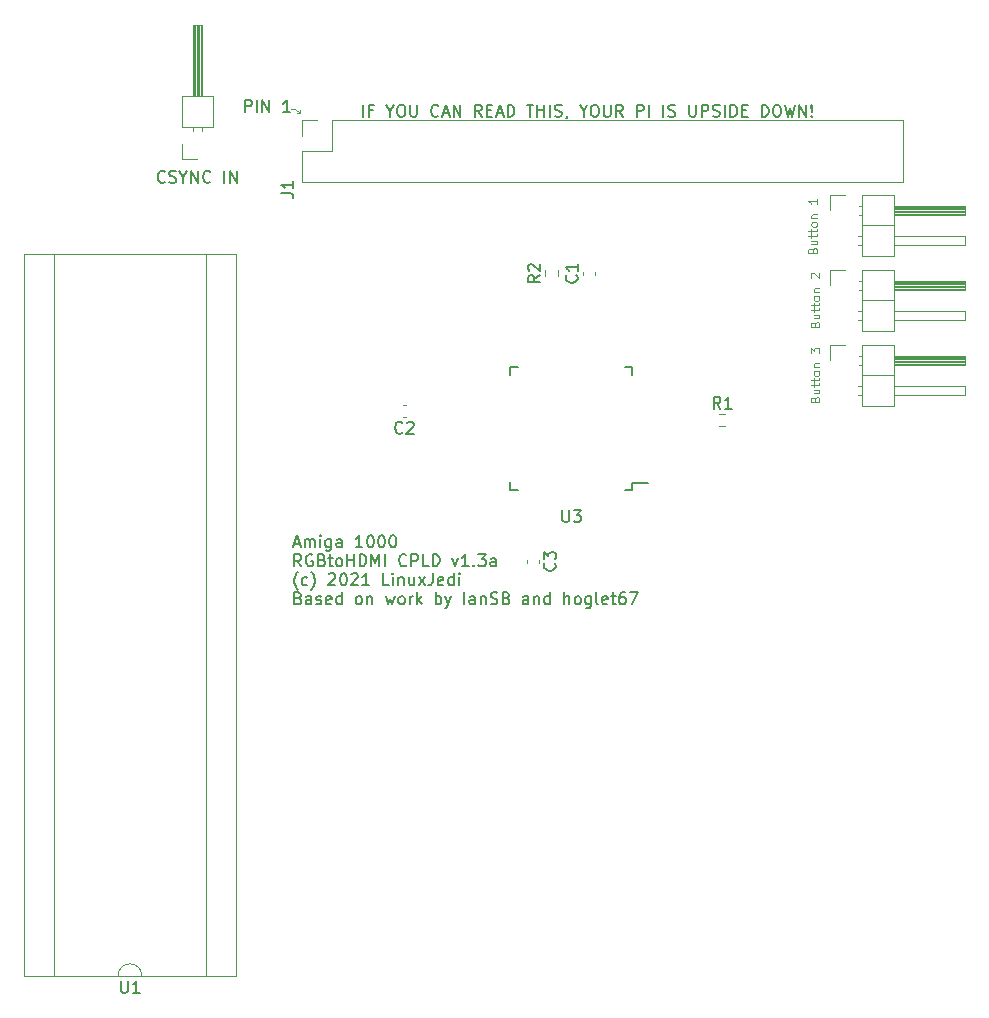
<source format=gbr>
G04 #@! TF.GenerationSoftware,KiCad,Pcbnew,5.99.0-1.20211005git2a932c2.fc35*
G04 #@! TF.CreationDate,2021-10-06T13:33:12+01:00*
G04 #@! TF.ProjectId,A1000,41313030-302e-46b6-9963-61645f706362,rev?*
G04 #@! TF.SameCoordinates,Original*
G04 #@! TF.FileFunction,Legend,Top*
G04 #@! TF.FilePolarity,Positive*
%FSLAX46Y46*%
G04 Gerber Fmt 4.6, Leading zero omitted, Abs format (unit mm)*
G04 Created by KiCad (PCBNEW 5.99.0-1.20211005git2a932c2.fc35) date 2021-10-06 13:33:12*
%MOMM*%
%LPD*%
G01*
G04 APERTURE LIST*
%ADD10C,0.120000*%
%ADD11C,0.150000*%
%ADD12C,0.100000*%
G04 APERTURE END LIST*
D10*
X94000000Y-56750000D02*
X94000000Y-56500000D01*
X93250000Y-56439340D02*
G75*
G02*
X94000000Y-56750000I0J-1060660D01*
G01*
X94000000Y-56750000D02*
X93750000Y-56750000D01*
D11*
X93505976Y-93255666D02*
X93982166Y-93255666D01*
X93410738Y-93541380D02*
X93744071Y-92541380D01*
X94077404Y-93541380D01*
X94410738Y-93541380D02*
X94410738Y-92874714D01*
X94410738Y-92969952D02*
X94458357Y-92922333D01*
X94553595Y-92874714D01*
X94696452Y-92874714D01*
X94791690Y-92922333D01*
X94839309Y-93017571D01*
X94839309Y-93541380D01*
X94839309Y-93017571D02*
X94886928Y-92922333D01*
X94982166Y-92874714D01*
X95125023Y-92874714D01*
X95220261Y-92922333D01*
X95267880Y-93017571D01*
X95267880Y-93541380D01*
X95744071Y-93541380D02*
X95744071Y-92874714D01*
X95744071Y-92541380D02*
X95696452Y-92589000D01*
X95744071Y-92636619D01*
X95791690Y-92589000D01*
X95744071Y-92541380D01*
X95744071Y-92636619D01*
X96648833Y-92874714D02*
X96648833Y-93684238D01*
X96601214Y-93779476D01*
X96553595Y-93827095D01*
X96458357Y-93874714D01*
X96315500Y-93874714D01*
X96220261Y-93827095D01*
X96648833Y-93493761D02*
X96553595Y-93541380D01*
X96363119Y-93541380D01*
X96267880Y-93493761D01*
X96220261Y-93446142D01*
X96172642Y-93350904D01*
X96172642Y-93065190D01*
X96220261Y-92969952D01*
X96267880Y-92922333D01*
X96363119Y-92874714D01*
X96553595Y-92874714D01*
X96648833Y-92922333D01*
X97553595Y-93541380D02*
X97553595Y-93017571D01*
X97505976Y-92922333D01*
X97410738Y-92874714D01*
X97220261Y-92874714D01*
X97125023Y-92922333D01*
X97553595Y-93493761D02*
X97458357Y-93541380D01*
X97220261Y-93541380D01*
X97125023Y-93493761D01*
X97077404Y-93398523D01*
X97077404Y-93303285D01*
X97125023Y-93208047D01*
X97220261Y-93160428D01*
X97458357Y-93160428D01*
X97553595Y-93112809D01*
X99315500Y-93541380D02*
X98744071Y-93541380D01*
X99029785Y-93541380D02*
X99029785Y-92541380D01*
X98934547Y-92684238D01*
X98839309Y-92779476D01*
X98744071Y-92827095D01*
X99934547Y-92541380D02*
X100029785Y-92541380D01*
X100125023Y-92589000D01*
X100172642Y-92636619D01*
X100220261Y-92731857D01*
X100267880Y-92922333D01*
X100267880Y-93160428D01*
X100220261Y-93350904D01*
X100172642Y-93446142D01*
X100125023Y-93493761D01*
X100029785Y-93541380D01*
X99934547Y-93541380D01*
X99839309Y-93493761D01*
X99791690Y-93446142D01*
X99744071Y-93350904D01*
X99696452Y-93160428D01*
X99696452Y-92922333D01*
X99744071Y-92731857D01*
X99791690Y-92636619D01*
X99839309Y-92589000D01*
X99934547Y-92541380D01*
X100886928Y-92541380D02*
X100982166Y-92541380D01*
X101077404Y-92589000D01*
X101125023Y-92636619D01*
X101172642Y-92731857D01*
X101220261Y-92922333D01*
X101220261Y-93160428D01*
X101172642Y-93350904D01*
X101125023Y-93446142D01*
X101077404Y-93493761D01*
X100982166Y-93541380D01*
X100886928Y-93541380D01*
X100791690Y-93493761D01*
X100744071Y-93446142D01*
X100696452Y-93350904D01*
X100648833Y-93160428D01*
X100648833Y-92922333D01*
X100696452Y-92731857D01*
X100744071Y-92636619D01*
X100791690Y-92589000D01*
X100886928Y-92541380D01*
X101839309Y-92541380D02*
X101934547Y-92541380D01*
X102029785Y-92589000D01*
X102077404Y-92636619D01*
X102125023Y-92731857D01*
X102172642Y-92922333D01*
X102172642Y-93160428D01*
X102125023Y-93350904D01*
X102077404Y-93446142D01*
X102029785Y-93493761D01*
X101934547Y-93541380D01*
X101839309Y-93541380D01*
X101744071Y-93493761D01*
X101696452Y-93446142D01*
X101648833Y-93350904D01*
X101601214Y-93160428D01*
X101601214Y-92922333D01*
X101648833Y-92731857D01*
X101696452Y-92636619D01*
X101744071Y-92589000D01*
X101839309Y-92541380D01*
X94125023Y-95151380D02*
X93791690Y-94675190D01*
X93553595Y-95151380D02*
X93553595Y-94151380D01*
X93934547Y-94151380D01*
X94029785Y-94199000D01*
X94077404Y-94246619D01*
X94125023Y-94341857D01*
X94125023Y-94484714D01*
X94077404Y-94579952D01*
X94029785Y-94627571D01*
X93934547Y-94675190D01*
X93553595Y-94675190D01*
X95077404Y-94199000D02*
X94982166Y-94151380D01*
X94839309Y-94151380D01*
X94696452Y-94199000D01*
X94601214Y-94294238D01*
X94553595Y-94389476D01*
X94505976Y-94579952D01*
X94505976Y-94722809D01*
X94553595Y-94913285D01*
X94601214Y-95008523D01*
X94696452Y-95103761D01*
X94839309Y-95151380D01*
X94934547Y-95151380D01*
X95077404Y-95103761D01*
X95125023Y-95056142D01*
X95125023Y-94722809D01*
X94934547Y-94722809D01*
X95886928Y-94627571D02*
X96029785Y-94675190D01*
X96077404Y-94722809D01*
X96125023Y-94818047D01*
X96125023Y-94960904D01*
X96077404Y-95056142D01*
X96029785Y-95103761D01*
X95934547Y-95151380D01*
X95553595Y-95151380D01*
X95553595Y-94151380D01*
X95886928Y-94151380D01*
X95982166Y-94199000D01*
X96029785Y-94246619D01*
X96077404Y-94341857D01*
X96077404Y-94437095D01*
X96029785Y-94532333D01*
X95982166Y-94579952D01*
X95886928Y-94627571D01*
X95553595Y-94627571D01*
X96410738Y-94484714D02*
X96791690Y-94484714D01*
X96553595Y-94151380D02*
X96553595Y-95008523D01*
X96601214Y-95103761D01*
X96696452Y-95151380D01*
X96791690Y-95151380D01*
X97267880Y-95151380D02*
X97172642Y-95103761D01*
X97125023Y-95056142D01*
X97077404Y-94960904D01*
X97077404Y-94675190D01*
X97125023Y-94579952D01*
X97172642Y-94532333D01*
X97267880Y-94484714D01*
X97410738Y-94484714D01*
X97505976Y-94532333D01*
X97553595Y-94579952D01*
X97601214Y-94675190D01*
X97601214Y-94960904D01*
X97553595Y-95056142D01*
X97505976Y-95103761D01*
X97410738Y-95151380D01*
X97267880Y-95151380D01*
X98029785Y-95151380D02*
X98029785Y-94151380D01*
X98029785Y-94627571D02*
X98601214Y-94627571D01*
X98601214Y-95151380D02*
X98601214Y-94151380D01*
X99077404Y-95151380D02*
X99077404Y-94151380D01*
X99315500Y-94151380D01*
X99458357Y-94199000D01*
X99553595Y-94294238D01*
X99601214Y-94389476D01*
X99648833Y-94579952D01*
X99648833Y-94722809D01*
X99601214Y-94913285D01*
X99553595Y-95008523D01*
X99458357Y-95103761D01*
X99315500Y-95151380D01*
X99077404Y-95151380D01*
X100077404Y-95151380D02*
X100077404Y-94151380D01*
X100410738Y-94865666D01*
X100744071Y-94151380D01*
X100744071Y-95151380D01*
X101220261Y-95151380D02*
X101220261Y-94151380D01*
X103029785Y-95056142D02*
X102982166Y-95103761D01*
X102839309Y-95151380D01*
X102744071Y-95151380D01*
X102601214Y-95103761D01*
X102505976Y-95008523D01*
X102458357Y-94913285D01*
X102410738Y-94722809D01*
X102410738Y-94579952D01*
X102458357Y-94389476D01*
X102505976Y-94294238D01*
X102601214Y-94199000D01*
X102744071Y-94151380D01*
X102839309Y-94151380D01*
X102982166Y-94199000D01*
X103029785Y-94246619D01*
X103458357Y-95151380D02*
X103458357Y-94151380D01*
X103839309Y-94151380D01*
X103934547Y-94199000D01*
X103982166Y-94246619D01*
X104029785Y-94341857D01*
X104029785Y-94484714D01*
X103982166Y-94579952D01*
X103934547Y-94627571D01*
X103839309Y-94675190D01*
X103458357Y-94675190D01*
X104934547Y-95151380D02*
X104458357Y-95151380D01*
X104458357Y-94151380D01*
X105267880Y-95151380D02*
X105267880Y-94151380D01*
X105505976Y-94151380D01*
X105648833Y-94199000D01*
X105744071Y-94294238D01*
X105791690Y-94389476D01*
X105839309Y-94579952D01*
X105839309Y-94722809D01*
X105791690Y-94913285D01*
X105744071Y-95008523D01*
X105648833Y-95103761D01*
X105505976Y-95151380D01*
X105267880Y-95151380D01*
X106934547Y-94484714D02*
X107172642Y-95151380D01*
X107410738Y-94484714D01*
X108315500Y-95151380D02*
X107744071Y-95151380D01*
X108029785Y-95151380D02*
X108029785Y-94151380D01*
X107934547Y-94294238D01*
X107839309Y-94389476D01*
X107744071Y-94437095D01*
X108744071Y-95056142D02*
X108791690Y-95103761D01*
X108744071Y-95151380D01*
X108696452Y-95103761D01*
X108744071Y-95056142D01*
X108744071Y-95151380D01*
X109125023Y-94151380D02*
X109744071Y-94151380D01*
X109410738Y-94532333D01*
X109553595Y-94532333D01*
X109648833Y-94579952D01*
X109696452Y-94627571D01*
X109744071Y-94722809D01*
X109744071Y-94960904D01*
X109696452Y-95056142D01*
X109648833Y-95103761D01*
X109553595Y-95151380D01*
X109267880Y-95151380D01*
X109172642Y-95103761D01*
X109125023Y-95056142D01*
X110601214Y-95151380D02*
X110601214Y-94627571D01*
X110553595Y-94532333D01*
X110458357Y-94484714D01*
X110267880Y-94484714D01*
X110172642Y-94532333D01*
X110601214Y-95103761D02*
X110505976Y-95151380D01*
X110267880Y-95151380D01*
X110172642Y-95103761D01*
X110125023Y-95008523D01*
X110125023Y-94913285D01*
X110172642Y-94818047D01*
X110267880Y-94770428D01*
X110505976Y-94770428D01*
X110601214Y-94722809D01*
X93839309Y-97142333D02*
X93791690Y-97094714D01*
X93696452Y-96951857D01*
X93648833Y-96856619D01*
X93601214Y-96713761D01*
X93553595Y-96475666D01*
X93553595Y-96285190D01*
X93601214Y-96047095D01*
X93648833Y-95904238D01*
X93696452Y-95809000D01*
X93791690Y-95666142D01*
X93839309Y-95618523D01*
X94648833Y-96713761D02*
X94553595Y-96761380D01*
X94363119Y-96761380D01*
X94267880Y-96713761D01*
X94220261Y-96666142D01*
X94172642Y-96570904D01*
X94172642Y-96285190D01*
X94220261Y-96189952D01*
X94267880Y-96142333D01*
X94363119Y-96094714D01*
X94553595Y-96094714D01*
X94648833Y-96142333D01*
X94982166Y-97142333D02*
X95029785Y-97094714D01*
X95125023Y-96951857D01*
X95172642Y-96856619D01*
X95220261Y-96713761D01*
X95267880Y-96475666D01*
X95267880Y-96285190D01*
X95220261Y-96047095D01*
X95172642Y-95904238D01*
X95125023Y-95809000D01*
X95029785Y-95666142D01*
X94982166Y-95618523D01*
X96458357Y-95856619D02*
X96505976Y-95809000D01*
X96601214Y-95761380D01*
X96839309Y-95761380D01*
X96934547Y-95809000D01*
X96982166Y-95856619D01*
X97029785Y-95951857D01*
X97029785Y-96047095D01*
X96982166Y-96189952D01*
X96410738Y-96761380D01*
X97029785Y-96761380D01*
X97648833Y-95761380D02*
X97744071Y-95761380D01*
X97839309Y-95809000D01*
X97886928Y-95856619D01*
X97934547Y-95951857D01*
X97982166Y-96142333D01*
X97982166Y-96380428D01*
X97934547Y-96570904D01*
X97886928Y-96666142D01*
X97839309Y-96713761D01*
X97744071Y-96761380D01*
X97648833Y-96761380D01*
X97553595Y-96713761D01*
X97505976Y-96666142D01*
X97458357Y-96570904D01*
X97410738Y-96380428D01*
X97410738Y-96142333D01*
X97458357Y-95951857D01*
X97505976Y-95856619D01*
X97553595Y-95809000D01*
X97648833Y-95761380D01*
X98363119Y-95856619D02*
X98410738Y-95809000D01*
X98505976Y-95761380D01*
X98744071Y-95761380D01*
X98839309Y-95809000D01*
X98886928Y-95856619D01*
X98934547Y-95951857D01*
X98934547Y-96047095D01*
X98886928Y-96189952D01*
X98315500Y-96761380D01*
X98934547Y-96761380D01*
X99886928Y-96761380D02*
X99315500Y-96761380D01*
X99601214Y-96761380D02*
X99601214Y-95761380D01*
X99505976Y-95904238D01*
X99410738Y-95999476D01*
X99315500Y-96047095D01*
X101553595Y-96761380D02*
X101077404Y-96761380D01*
X101077404Y-95761380D01*
X101886928Y-96761380D02*
X101886928Y-96094714D01*
X101886928Y-95761380D02*
X101839309Y-95809000D01*
X101886928Y-95856619D01*
X101934547Y-95809000D01*
X101886928Y-95761380D01*
X101886928Y-95856619D01*
X102363119Y-96094714D02*
X102363119Y-96761380D01*
X102363119Y-96189952D02*
X102410738Y-96142333D01*
X102505976Y-96094714D01*
X102648833Y-96094714D01*
X102744071Y-96142333D01*
X102791690Y-96237571D01*
X102791690Y-96761380D01*
X103696452Y-96094714D02*
X103696452Y-96761380D01*
X103267880Y-96094714D02*
X103267880Y-96618523D01*
X103315500Y-96713761D01*
X103410738Y-96761380D01*
X103553595Y-96761380D01*
X103648833Y-96713761D01*
X103696452Y-96666142D01*
X104077404Y-96761380D02*
X104601214Y-96094714D01*
X104077404Y-96094714D02*
X104601214Y-96761380D01*
X105267880Y-95761380D02*
X105267880Y-96475666D01*
X105220261Y-96618523D01*
X105125023Y-96713761D01*
X104982166Y-96761380D01*
X104886928Y-96761380D01*
X106125023Y-96713761D02*
X106029785Y-96761380D01*
X105839309Y-96761380D01*
X105744071Y-96713761D01*
X105696452Y-96618523D01*
X105696452Y-96237571D01*
X105744071Y-96142333D01*
X105839309Y-96094714D01*
X106029785Y-96094714D01*
X106125023Y-96142333D01*
X106172642Y-96237571D01*
X106172642Y-96332809D01*
X105696452Y-96428047D01*
X107029785Y-96761380D02*
X107029785Y-95761380D01*
X107029785Y-96713761D02*
X106934547Y-96761380D01*
X106744071Y-96761380D01*
X106648833Y-96713761D01*
X106601214Y-96666142D01*
X106553595Y-96570904D01*
X106553595Y-96285190D01*
X106601214Y-96189952D01*
X106648833Y-96142333D01*
X106744071Y-96094714D01*
X106934547Y-96094714D01*
X107029785Y-96142333D01*
X107505976Y-96761380D02*
X107505976Y-96094714D01*
X107505976Y-95761380D02*
X107458357Y-95809000D01*
X107505976Y-95856619D01*
X107553595Y-95809000D01*
X107505976Y-95761380D01*
X107505976Y-95856619D01*
X93886928Y-97847571D02*
X94029785Y-97895190D01*
X94077404Y-97942809D01*
X94125023Y-98038047D01*
X94125023Y-98180904D01*
X94077404Y-98276142D01*
X94029785Y-98323761D01*
X93934547Y-98371380D01*
X93553595Y-98371380D01*
X93553595Y-97371380D01*
X93886928Y-97371380D01*
X93982166Y-97419000D01*
X94029785Y-97466619D01*
X94077404Y-97561857D01*
X94077404Y-97657095D01*
X94029785Y-97752333D01*
X93982166Y-97799952D01*
X93886928Y-97847571D01*
X93553595Y-97847571D01*
X94982166Y-98371380D02*
X94982166Y-97847571D01*
X94934547Y-97752333D01*
X94839309Y-97704714D01*
X94648833Y-97704714D01*
X94553595Y-97752333D01*
X94982166Y-98323761D02*
X94886928Y-98371380D01*
X94648833Y-98371380D01*
X94553595Y-98323761D01*
X94505976Y-98228523D01*
X94505976Y-98133285D01*
X94553595Y-98038047D01*
X94648833Y-97990428D01*
X94886928Y-97990428D01*
X94982166Y-97942809D01*
X95410738Y-98323761D02*
X95505976Y-98371380D01*
X95696452Y-98371380D01*
X95791690Y-98323761D01*
X95839309Y-98228523D01*
X95839309Y-98180904D01*
X95791690Y-98085666D01*
X95696452Y-98038047D01*
X95553595Y-98038047D01*
X95458357Y-97990428D01*
X95410738Y-97895190D01*
X95410738Y-97847571D01*
X95458357Y-97752333D01*
X95553595Y-97704714D01*
X95696452Y-97704714D01*
X95791690Y-97752333D01*
X96648833Y-98323761D02*
X96553595Y-98371380D01*
X96363119Y-98371380D01*
X96267880Y-98323761D01*
X96220261Y-98228523D01*
X96220261Y-97847571D01*
X96267880Y-97752333D01*
X96363119Y-97704714D01*
X96553595Y-97704714D01*
X96648833Y-97752333D01*
X96696452Y-97847571D01*
X96696452Y-97942809D01*
X96220261Y-98038047D01*
X97553595Y-98371380D02*
X97553595Y-97371380D01*
X97553595Y-98323761D02*
X97458357Y-98371380D01*
X97267880Y-98371380D01*
X97172642Y-98323761D01*
X97125023Y-98276142D01*
X97077404Y-98180904D01*
X97077404Y-97895190D01*
X97125023Y-97799952D01*
X97172642Y-97752333D01*
X97267880Y-97704714D01*
X97458357Y-97704714D01*
X97553595Y-97752333D01*
X98934547Y-98371380D02*
X98839309Y-98323761D01*
X98791690Y-98276142D01*
X98744071Y-98180904D01*
X98744071Y-97895190D01*
X98791690Y-97799952D01*
X98839309Y-97752333D01*
X98934547Y-97704714D01*
X99077404Y-97704714D01*
X99172642Y-97752333D01*
X99220261Y-97799952D01*
X99267880Y-97895190D01*
X99267880Y-98180904D01*
X99220261Y-98276142D01*
X99172642Y-98323761D01*
X99077404Y-98371380D01*
X98934547Y-98371380D01*
X99696452Y-97704714D02*
X99696452Y-98371380D01*
X99696452Y-97799952D02*
X99744071Y-97752333D01*
X99839309Y-97704714D01*
X99982166Y-97704714D01*
X100077404Y-97752333D01*
X100125023Y-97847571D01*
X100125023Y-98371380D01*
X101267880Y-97704714D02*
X101458357Y-98371380D01*
X101648833Y-97895190D01*
X101839309Y-98371380D01*
X102029785Y-97704714D01*
X102553595Y-98371380D02*
X102458357Y-98323761D01*
X102410738Y-98276142D01*
X102363119Y-98180904D01*
X102363119Y-97895190D01*
X102410738Y-97799952D01*
X102458357Y-97752333D01*
X102553595Y-97704714D01*
X102696452Y-97704714D01*
X102791690Y-97752333D01*
X102839309Y-97799952D01*
X102886928Y-97895190D01*
X102886928Y-98180904D01*
X102839309Y-98276142D01*
X102791690Y-98323761D01*
X102696452Y-98371380D01*
X102553595Y-98371380D01*
X103315500Y-98371380D02*
X103315500Y-97704714D01*
X103315500Y-97895190D02*
X103363119Y-97799952D01*
X103410738Y-97752333D01*
X103505976Y-97704714D01*
X103601214Y-97704714D01*
X103934547Y-98371380D02*
X103934547Y-97371380D01*
X104029785Y-97990428D02*
X104315500Y-98371380D01*
X104315500Y-97704714D02*
X103934547Y-98085666D01*
X105505976Y-98371380D02*
X105505976Y-97371380D01*
X105505976Y-97752333D02*
X105601214Y-97704714D01*
X105791690Y-97704714D01*
X105886928Y-97752333D01*
X105934547Y-97799952D01*
X105982166Y-97895190D01*
X105982166Y-98180904D01*
X105934547Y-98276142D01*
X105886928Y-98323761D01*
X105791690Y-98371380D01*
X105601214Y-98371380D01*
X105505976Y-98323761D01*
X106315500Y-97704714D02*
X106553595Y-98371380D01*
X106791690Y-97704714D02*
X106553595Y-98371380D01*
X106458357Y-98609476D01*
X106410738Y-98657095D01*
X106315500Y-98704714D01*
X107934547Y-98371380D02*
X107934547Y-97371380D01*
X108839309Y-98371380D02*
X108839309Y-97847571D01*
X108791690Y-97752333D01*
X108696452Y-97704714D01*
X108505976Y-97704714D01*
X108410738Y-97752333D01*
X108839309Y-98323761D02*
X108744071Y-98371380D01*
X108505976Y-98371380D01*
X108410738Y-98323761D01*
X108363119Y-98228523D01*
X108363119Y-98133285D01*
X108410738Y-98038047D01*
X108505976Y-97990428D01*
X108744071Y-97990428D01*
X108839309Y-97942809D01*
X109315500Y-97704714D02*
X109315500Y-98371380D01*
X109315500Y-97799952D02*
X109363119Y-97752333D01*
X109458357Y-97704714D01*
X109601214Y-97704714D01*
X109696452Y-97752333D01*
X109744071Y-97847571D01*
X109744071Y-98371380D01*
X110172642Y-98323761D02*
X110315500Y-98371380D01*
X110553595Y-98371380D01*
X110648833Y-98323761D01*
X110696452Y-98276142D01*
X110744071Y-98180904D01*
X110744071Y-98085666D01*
X110696452Y-97990428D01*
X110648833Y-97942809D01*
X110553595Y-97895190D01*
X110363119Y-97847571D01*
X110267880Y-97799952D01*
X110220261Y-97752333D01*
X110172642Y-97657095D01*
X110172642Y-97561857D01*
X110220261Y-97466619D01*
X110267880Y-97419000D01*
X110363119Y-97371380D01*
X110601214Y-97371380D01*
X110744071Y-97419000D01*
X111505976Y-97847571D02*
X111648833Y-97895190D01*
X111696452Y-97942809D01*
X111744071Y-98038047D01*
X111744071Y-98180904D01*
X111696452Y-98276142D01*
X111648833Y-98323761D01*
X111553595Y-98371380D01*
X111172642Y-98371380D01*
X111172642Y-97371380D01*
X111505976Y-97371380D01*
X111601214Y-97419000D01*
X111648833Y-97466619D01*
X111696452Y-97561857D01*
X111696452Y-97657095D01*
X111648833Y-97752333D01*
X111601214Y-97799952D01*
X111505976Y-97847571D01*
X111172642Y-97847571D01*
X113363119Y-98371380D02*
X113363119Y-97847571D01*
X113315500Y-97752333D01*
X113220261Y-97704714D01*
X113029785Y-97704714D01*
X112934547Y-97752333D01*
X113363119Y-98323761D02*
X113267880Y-98371380D01*
X113029785Y-98371380D01*
X112934547Y-98323761D01*
X112886928Y-98228523D01*
X112886928Y-98133285D01*
X112934547Y-98038047D01*
X113029785Y-97990428D01*
X113267880Y-97990428D01*
X113363119Y-97942809D01*
X113839309Y-97704714D02*
X113839309Y-98371380D01*
X113839309Y-97799952D02*
X113886928Y-97752333D01*
X113982166Y-97704714D01*
X114125023Y-97704714D01*
X114220261Y-97752333D01*
X114267880Y-97847571D01*
X114267880Y-98371380D01*
X115172642Y-98371380D02*
X115172642Y-97371380D01*
X115172642Y-98323761D02*
X115077404Y-98371380D01*
X114886928Y-98371380D01*
X114791690Y-98323761D01*
X114744071Y-98276142D01*
X114696452Y-98180904D01*
X114696452Y-97895190D01*
X114744071Y-97799952D01*
X114791690Y-97752333D01*
X114886928Y-97704714D01*
X115077404Y-97704714D01*
X115172642Y-97752333D01*
X116410738Y-98371380D02*
X116410738Y-97371380D01*
X116839309Y-98371380D02*
X116839309Y-97847571D01*
X116791690Y-97752333D01*
X116696452Y-97704714D01*
X116553595Y-97704714D01*
X116458357Y-97752333D01*
X116410738Y-97799952D01*
X117458357Y-98371380D02*
X117363119Y-98323761D01*
X117315499Y-98276142D01*
X117267880Y-98180904D01*
X117267880Y-97895190D01*
X117315499Y-97799952D01*
X117363119Y-97752333D01*
X117458357Y-97704714D01*
X117601214Y-97704714D01*
X117696452Y-97752333D01*
X117744071Y-97799952D01*
X117791690Y-97895190D01*
X117791690Y-98180904D01*
X117744071Y-98276142D01*
X117696452Y-98323761D01*
X117601214Y-98371380D01*
X117458357Y-98371380D01*
X118648833Y-97704714D02*
X118648833Y-98514238D01*
X118601214Y-98609476D01*
X118553595Y-98657095D01*
X118458357Y-98704714D01*
X118315499Y-98704714D01*
X118220261Y-98657095D01*
X118648833Y-98323761D02*
X118553595Y-98371380D01*
X118363119Y-98371380D01*
X118267880Y-98323761D01*
X118220261Y-98276142D01*
X118172642Y-98180904D01*
X118172642Y-97895190D01*
X118220261Y-97799952D01*
X118267880Y-97752333D01*
X118363119Y-97704714D01*
X118553595Y-97704714D01*
X118648833Y-97752333D01*
X119267880Y-98371380D02*
X119172642Y-98323761D01*
X119125023Y-98228523D01*
X119125023Y-97371380D01*
X120029785Y-98323761D02*
X119934547Y-98371380D01*
X119744071Y-98371380D01*
X119648833Y-98323761D01*
X119601214Y-98228523D01*
X119601214Y-97847571D01*
X119648833Y-97752333D01*
X119744071Y-97704714D01*
X119934547Y-97704714D01*
X120029785Y-97752333D01*
X120077404Y-97847571D01*
X120077404Y-97942809D01*
X119601214Y-98038047D01*
X120363119Y-97704714D02*
X120744071Y-97704714D01*
X120505976Y-97371380D02*
X120505976Y-98228523D01*
X120553595Y-98323761D01*
X120648833Y-98371380D01*
X120744071Y-98371380D01*
X121505976Y-97371380D02*
X121315499Y-97371380D01*
X121220261Y-97419000D01*
X121172642Y-97466619D01*
X121077404Y-97609476D01*
X121029785Y-97799952D01*
X121029785Y-98180904D01*
X121077404Y-98276142D01*
X121125023Y-98323761D01*
X121220261Y-98371380D01*
X121410738Y-98371380D01*
X121505976Y-98323761D01*
X121553595Y-98276142D01*
X121601214Y-98180904D01*
X121601214Y-97942809D01*
X121553595Y-97847571D01*
X121505976Y-97799952D01*
X121410738Y-97752333D01*
X121220261Y-97752333D01*
X121125023Y-97799952D01*
X121077404Y-97847571D01*
X121029785Y-97942809D01*
X121934547Y-97371380D02*
X122601214Y-97371380D01*
X122172642Y-98371380D01*
X89369047Y-56702380D02*
X89369047Y-55702380D01*
X89750000Y-55702380D01*
X89845238Y-55750000D01*
X89892857Y-55797619D01*
X89940476Y-55892857D01*
X89940476Y-56035714D01*
X89892857Y-56130952D01*
X89845238Y-56178571D01*
X89750000Y-56226190D01*
X89369047Y-56226190D01*
X90369047Y-56702380D02*
X90369047Y-55702380D01*
X90845238Y-56702380D02*
X90845238Y-55702380D01*
X91416666Y-56702380D01*
X91416666Y-55702380D01*
X93178571Y-56702380D02*
X92607142Y-56702380D01*
X92892857Y-56702380D02*
X92892857Y-55702380D01*
X92797619Y-55845238D01*
X92702380Y-55940476D01*
X92607142Y-55988095D01*
X99364000Y-57094380D02*
X99364000Y-56094380D01*
X100173523Y-56570571D02*
X99840190Y-56570571D01*
X99840190Y-57094380D02*
X99840190Y-56094380D01*
X100316380Y-56094380D01*
X101649714Y-56618190D02*
X101649714Y-57094380D01*
X101316380Y-56094380D02*
X101649714Y-56618190D01*
X101983047Y-56094380D01*
X102506857Y-56094380D02*
X102697333Y-56094380D01*
X102792571Y-56142000D01*
X102887809Y-56237238D01*
X102935428Y-56427714D01*
X102935428Y-56761047D01*
X102887809Y-56951523D01*
X102792571Y-57046761D01*
X102697333Y-57094380D01*
X102506857Y-57094380D01*
X102411619Y-57046761D01*
X102316380Y-56951523D01*
X102268761Y-56761047D01*
X102268761Y-56427714D01*
X102316380Y-56237238D01*
X102411619Y-56142000D01*
X102506857Y-56094380D01*
X103364000Y-56094380D02*
X103364000Y-56903904D01*
X103411619Y-56999142D01*
X103459238Y-57046761D01*
X103554476Y-57094380D01*
X103744952Y-57094380D01*
X103840190Y-57046761D01*
X103887809Y-56999142D01*
X103935428Y-56903904D01*
X103935428Y-56094380D01*
X105744952Y-56999142D02*
X105697333Y-57046761D01*
X105554476Y-57094380D01*
X105459238Y-57094380D01*
X105316380Y-57046761D01*
X105221142Y-56951523D01*
X105173523Y-56856285D01*
X105125904Y-56665809D01*
X105125904Y-56522952D01*
X105173523Y-56332476D01*
X105221142Y-56237238D01*
X105316380Y-56142000D01*
X105459238Y-56094380D01*
X105554476Y-56094380D01*
X105697333Y-56142000D01*
X105744952Y-56189619D01*
X106125904Y-56808666D02*
X106602095Y-56808666D01*
X106030666Y-57094380D02*
X106364000Y-56094380D01*
X106697333Y-57094380D01*
X107030666Y-57094380D02*
X107030666Y-56094380D01*
X107602095Y-57094380D01*
X107602095Y-56094380D01*
X109411619Y-57094380D02*
X109078285Y-56618190D01*
X108840190Y-57094380D02*
X108840190Y-56094380D01*
X109221142Y-56094380D01*
X109316380Y-56142000D01*
X109364000Y-56189619D01*
X109411619Y-56284857D01*
X109411619Y-56427714D01*
X109364000Y-56522952D01*
X109316380Y-56570571D01*
X109221142Y-56618190D01*
X108840190Y-56618190D01*
X109840190Y-56570571D02*
X110173523Y-56570571D01*
X110316380Y-57094380D02*
X109840190Y-57094380D01*
X109840190Y-56094380D01*
X110316380Y-56094380D01*
X110697333Y-56808666D02*
X111173523Y-56808666D01*
X110602095Y-57094380D02*
X110935428Y-56094380D01*
X111268761Y-57094380D01*
X111602095Y-57094380D02*
X111602095Y-56094380D01*
X111840190Y-56094380D01*
X111983047Y-56142000D01*
X112078285Y-56237238D01*
X112125904Y-56332476D01*
X112173523Y-56522952D01*
X112173523Y-56665809D01*
X112125904Y-56856285D01*
X112078285Y-56951523D01*
X111983047Y-57046761D01*
X111840190Y-57094380D01*
X111602095Y-57094380D01*
X113221142Y-56094380D02*
X113792571Y-56094380D01*
X113506857Y-57094380D02*
X113506857Y-56094380D01*
X114125904Y-57094380D02*
X114125904Y-56094380D01*
X114125904Y-56570571D02*
X114697333Y-56570571D01*
X114697333Y-57094380D02*
X114697333Y-56094380D01*
X115173523Y-57094380D02*
X115173523Y-56094380D01*
X115602095Y-57046761D02*
X115744952Y-57094380D01*
X115983047Y-57094380D01*
X116078285Y-57046761D01*
X116125904Y-56999142D01*
X116173523Y-56903904D01*
X116173523Y-56808666D01*
X116125904Y-56713428D01*
X116078285Y-56665809D01*
X115983047Y-56618190D01*
X115792571Y-56570571D01*
X115697333Y-56522952D01*
X115649714Y-56475333D01*
X115602095Y-56380095D01*
X115602095Y-56284857D01*
X115649714Y-56189619D01*
X115697333Y-56142000D01*
X115792571Y-56094380D01*
X116030666Y-56094380D01*
X116173523Y-56142000D01*
X116649714Y-57046761D02*
X116649714Y-57094380D01*
X116602095Y-57189619D01*
X116554476Y-57237238D01*
X118030666Y-56618190D02*
X118030666Y-57094380D01*
X117697333Y-56094380D02*
X118030666Y-56618190D01*
X118364000Y-56094380D01*
X118887809Y-56094380D02*
X119078285Y-56094380D01*
X119173523Y-56142000D01*
X119268761Y-56237238D01*
X119316380Y-56427714D01*
X119316380Y-56761047D01*
X119268761Y-56951523D01*
X119173523Y-57046761D01*
X119078285Y-57094380D01*
X118887809Y-57094380D01*
X118792571Y-57046761D01*
X118697333Y-56951523D01*
X118649714Y-56761047D01*
X118649714Y-56427714D01*
X118697333Y-56237238D01*
X118792571Y-56142000D01*
X118887809Y-56094380D01*
X119744952Y-56094380D02*
X119744952Y-56903904D01*
X119792571Y-56999142D01*
X119840190Y-57046761D01*
X119935428Y-57094380D01*
X120125904Y-57094380D01*
X120221142Y-57046761D01*
X120268761Y-56999142D01*
X120316380Y-56903904D01*
X120316380Y-56094380D01*
X121364000Y-57094380D02*
X121030666Y-56618190D01*
X120792571Y-57094380D02*
X120792571Y-56094380D01*
X121173523Y-56094380D01*
X121268761Y-56142000D01*
X121316380Y-56189619D01*
X121364000Y-56284857D01*
X121364000Y-56427714D01*
X121316380Y-56522952D01*
X121268761Y-56570571D01*
X121173523Y-56618190D01*
X120792571Y-56618190D01*
X122554476Y-57094380D02*
X122554476Y-56094380D01*
X122935428Y-56094380D01*
X123030666Y-56142000D01*
X123078285Y-56189619D01*
X123125904Y-56284857D01*
X123125904Y-56427714D01*
X123078285Y-56522952D01*
X123030666Y-56570571D01*
X122935428Y-56618190D01*
X122554476Y-56618190D01*
X123554476Y-57094380D02*
X123554476Y-56094380D01*
X124792571Y-57094380D02*
X124792571Y-56094380D01*
X125221142Y-57046761D02*
X125364000Y-57094380D01*
X125602095Y-57094380D01*
X125697333Y-57046761D01*
X125744952Y-56999142D01*
X125792571Y-56903904D01*
X125792571Y-56808666D01*
X125744952Y-56713428D01*
X125697333Y-56665809D01*
X125602095Y-56618190D01*
X125411619Y-56570571D01*
X125316380Y-56522952D01*
X125268761Y-56475333D01*
X125221142Y-56380095D01*
X125221142Y-56284857D01*
X125268761Y-56189619D01*
X125316380Y-56142000D01*
X125411619Y-56094380D01*
X125649714Y-56094380D01*
X125792571Y-56142000D01*
X126983047Y-56094380D02*
X126983047Y-56903904D01*
X127030666Y-56999142D01*
X127078285Y-57046761D01*
X127173523Y-57094380D01*
X127364000Y-57094380D01*
X127459238Y-57046761D01*
X127506857Y-56999142D01*
X127554476Y-56903904D01*
X127554476Y-56094380D01*
X128030666Y-57094380D02*
X128030666Y-56094380D01*
X128411619Y-56094380D01*
X128506857Y-56142000D01*
X128554476Y-56189619D01*
X128602095Y-56284857D01*
X128602095Y-56427714D01*
X128554476Y-56522952D01*
X128506857Y-56570571D01*
X128411619Y-56618190D01*
X128030666Y-56618190D01*
X128983047Y-57046761D02*
X129125904Y-57094380D01*
X129364000Y-57094380D01*
X129459238Y-57046761D01*
X129506857Y-56999142D01*
X129554476Y-56903904D01*
X129554476Y-56808666D01*
X129506857Y-56713428D01*
X129459238Y-56665809D01*
X129364000Y-56618190D01*
X129173523Y-56570571D01*
X129078285Y-56522952D01*
X129030666Y-56475333D01*
X128983047Y-56380095D01*
X128983047Y-56284857D01*
X129030666Y-56189619D01*
X129078285Y-56142000D01*
X129173523Y-56094380D01*
X129411619Y-56094380D01*
X129554476Y-56142000D01*
X129983047Y-57094380D02*
X129983047Y-56094380D01*
X130459238Y-57094380D02*
X130459238Y-56094380D01*
X130697333Y-56094380D01*
X130840190Y-56142000D01*
X130935428Y-56237238D01*
X130983047Y-56332476D01*
X131030666Y-56522952D01*
X131030666Y-56665809D01*
X130983047Y-56856285D01*
X130935428Y-56951523D01*
X130840190Y-57046761D01*
X130697333Y-57094380D01*
X130459238Y-57094380D01*
X131459238Y-56570571D02*
X131792571Y-56570571D01*
X131935428Y-57094380D02*
X131459238Y-57094380D01*
X131459238Y-56094380D01*
X131935428Y-56094380D01*
X133125904Y-57094380D02*
X133125904Y-56094380D01*
X133364000Y-56094380D01*
X133506857Y-56142000D01*
X133602095Y-56237238D01*
X133649714Y-56332476D01*
X133697333Y-56522952D01*
X133697333Y-56665809D01*
X133649714Y-56856285D01*
X133602095Y-56951523D01*
X133506857Y-57046761D01*
X133364000Y-57094380D01*
X133125904Y-57094380D01*
X134316380Y-56094380D02*
X134506857Y-56094380D01*
X134602095Y-56142000D01*
X134697333Y-56237238D01*
X134744952Y-56427714D01*
X134744952Y-56761047D01*
X134697333Y-56951523D01*
X134602095Y-57046761D01*
X134506857Y-57094380D01*
X134316380Y-57094380D01*
X134221142Y-57046761D01*
X134125904Y-56951523D01*
X134078285Y-56761047D01*
X134078285Y-56427714D01*
X134125904Y-56237238D01*
X134221142Y-56142000D01*
X134316380Y-56094380D01*
X135078285Y-56094380D02*
X135316380Y-57094380D01*
X135506857Y-56380095D01*
X135697333Y-57094380D01*
X135935428Y-56094380D01*
X136316380Y-57094380D02*
X136316380Y-56094380D01*
X136887809Y-57094380D01*
X136887809Y-56094380D01*
X137364000Y-56999142D02*
X137411619Y-57046761D01*
X137364000Y-57094380D01*
X137316380Y-57046761D01*
X137364000Y-56999142D01*
X137364000Y-57094380D01*
X137364000Y-56713428D02*
X137316380Y-56142000D01*
X137364000Y-56094380D01*
X137411619Y-56142000D01*
X137364000Y-56713428D01*
X137364000Y-56094380D01*
G04 #@! TO.C,C1*
X117427142Y-70524666D02*
X117474761Y-70572285D01*
X117522380Y-70715142D01*
X117522380Y-70810380D01*
X117474761Y-70953238D01*
X117379523Y-71048476D01*
X117284285Y-71096095D01*
X117093809Y-71143714D01*
X116950952Y-71143714D01*
X116760476Y-71096095D01*
X116665238Y-71048476D01*
X116570000Y-70953238D01*
X116522380Y-70810380D01*
X116522380Y-70715142D01*
X116570000Y-70572285D01*
X116617619Y-70524666D01*
X117522380Y-69572285D02*
X117522380Y-70143714D01*
X117522380Y-69858000D02*
X116522380Y-69858000D01*
X116665238Y-69953238D01*
X116760476Y-70048476D01*
X116808095Y-70143714D01*
G04 #@! TO.C,C2*
X102703333Y-83829142D02*
X102655714Y-83876761D01*
X102512857Y-83924380D01*
X102417619Y-83924380D01*
X102274761Y-83876761D01*
X102179523Y-83781523D01*
X102131904Y-83686285D01*
X102084285Y-83495809D01*
X102084285Y-83352952D01*
X102131904Y-83162476D01*
X102179523Y-83067238D01*
X102274761Y-82972000D01*
X102417619Y-82924380D01*
X102512857Y-82924380D01*
X102655714Y-82972000D01*
X102703333Y-83019619D01*
X103084285Y-83019619D02*
X103131904Y-82972000D01*
X103227142Y-82924380D01*
X103465238Y-82924380D01*
X103560476Y-82972000D01*
X103608095Y-83019619D01*
X103655714Y-83114857D01*
X103655714Y-83210095D01*
X103608095Y-83352952D01*
X103036666Y-83924380D01*
X103655714Y-83924380D01*
G04 #@! TO.C,J1*
X92452380Y-63583333D02*
X93166666Y-63583333D01*
X93309523Y-63630952D01*
X93404761Y-63726190D01*
X93452380Y-63869047D01*
X93452380Y-63964285D01*
X93452380Y-62583333D02*
X93452380Y-63154761D01*
X93452380Y-62869047D02*
X92452380Y-62869047D01*
X92595238Y-62964285D01*
X92690476Y-63059523D01*
X92738095Y-63154761D01*
D12*
G04 #@! TO.C,JP1*
X137432428Y-68411714D02*
X137468142Y-68304571D01*
X137503857Y-68268857D01*
X137575285Y-68233142D01*
X137682428Y-68233142D01*
X137753857Y-68268857D01*
X137789571Y-68304571D01*
X137825285Y-68376000D01*
X137825285Y-68661714D01*
X137075285Y-68661714D01*
X137075285Y-68411714D01*
X137111000Y-68340285D01*
X137146714Y-68304571D01*
X137218142Y-68268857D01*
X137289571Y-68268857D01*
X137361000Y-68304571D01*
X137396714Y-68340285D01*
X137432428Y-68411714D01*
X137432428Y-68661714D01*
X137325285Y-67590285D02*
X137825285Y-67590285D01*
X137325285Y-67911714D02*
X137718142Y-67911714D01*
X137789571Y-67876000D01*
X137825285Y-67804571D01*
X137825285Y-67697428D01*
X137789571Y-67626000D01*
X137753857Y-67590285D01*
X137325285Y-67340285D02*
X137325285Y-67054571D01*
X137075285Y-67233142D02*
X137718142Y-67233142D01*
X137789571Y-67197428D01*
X137825285Y-67126000D01*
X137825285Y-67054571D01*
X137325285Y-66911714D02*
X137325285Y-66626000D01*
X137075285Y-66804571D02*
X137718142Y-66804571D01*
X137789571Y-66768857D01*
X137825285Y-66697428D01*
X137825285Y-66626000D01*
X137825285Y-66268857D02*
X137789571Y-66340285D01*
X137753857Y-66376000D01*
X137682428Y-66411714D01*
X137468142Y-66411714D01*
X137396714Y-66376000D01*
X137361000Y-66340285D01*
X137325285Y-66268857D01*
X137325285Y-66161714D01*
X137361000Y-66090285D01*
X137396714Y-66054571D01*
X137468142Y-66018857D01*
X137682428Y-66018857D01*
X137753857Y-66054571D01*
X137789571Y-66090285D01*
X137825285Y-66161714D01*
X137825285Y-66268857D01*
X137325285Y-65697428D02*
X137825285Y-65697428D01*
X137396714Y-65697428D02*
X137361000Y-65661714D01*
X137325285Y-65590285D01*
X137325285Y-65483142D01*
X137361000Y-65411714D01*
X137432428Y-65376000D01*
X137825285Y-65376000D01*
X137825285Y-64054571D02*
X137825285Y-64483142D01*
X137825285Y-64268857D02*
X137075285Y-64268857D01*
X137182428Y-64340285D01*
X137253857Y-64411714D01*
X137289571Y-64483142D01*
D11*
G04 #@! TO.C,R2*
X114338380Y-70524666D02*
X113862190Y-70858000D01*
X114338380Y-71096095D02*
X113338380Y-71096095D01*
X113338380Y-70715142D01*
X113386000Y-70619904D01*
X113433619Y-70572285D01*
X113528857Y-70524666D01*
X113671714Y-70524666D01*
X113766952Y-70572285D01*
X113814571Y-70619904D01*
X113862190Y-70715142D01*
X113862190Y-71096095D01*
X113433619Y-70143714D02*
X113386000Y-70096095D01*
X113338380Y-70000857D01*
X113338380Y-69762761D01*
X113386000Y-69667523D01*
X113433619Y-69619904D01*
X113528857Y-69572285D01*
X113624095Y-69572285D01*
X113766952Y-69619904D01*
X114338380Y-70191333D01*
X114338380Y-69572285D01*
G04 #@! TO.C,U1*
X78868095Y-130282380D02*
X78868095Y-131091904D01*
X78915714Y-131187142D01*
X78963333Y-131234761D01*
X79058571Y-131282380D01*
X79249047Y-131282380D01*
X79344285Y-131234761D01*
X79391904Y-131187142D01*
X79439523Y-131091904D01*
X79439523Y-130282380D01*
X80439523Y-131282380D02*
X79868095Y-131282380D01*
X80153809Y-131282380D02*
X80153809Y-130282380D01*
X80058571Y-130425238D01*
X79963333Y-130520476D01*
X79868095Y-130568095D01*
G04 #@! TO.C,U3*
X116238095Y-90402380D02*
X116238095Y-91211904D01*
X116285714Y-91307142D01*
X116333333Y-91354761D01*
X116428571Y-91402380D01*
X116619047Y-91402380D01*
X116714285Y-91354761D01*
X116761904Y-91307142D01*
X116809523Y-91211904D01*
X116809523Y-90402380D01*
X117190476Y-90402380D02*
X117809523Y-90402380D01*
X117476190Y-90783333D01*
X117619047Y-90783333D01*
X117714285Y-90830952D01*
X117761904Y-90878571D01*
X117809523Y-90973809D01*
X117809523Y-91211904D01*
X117761904Y-91307142D01*
X117714285Y-91354761D01*
X117619047Y-91402380D01*
X117333333Y-91402380D01*
X117238095Y-91354761D01*
X117190476Y-91307142D01*
G04 #@! TO.C,C3*
X115579142Y-94908666D02*
X115626761Y-94956285D01*
X115674380Y-95099142D01*
X115674380Y-95194380D01*
X115626761Y-95337238D01*
X115531523Y-95432476D01*
X115436285Y-95480095D01*
X115245809Y-95527714D01*
X115102952Y-95527714D01*
X114912476Y-95480095D01*
X114817238Y-95432476D01*
X114722000Y-95337238D01*
X114674380Y-95194380D01*
X114674380Y-95099142D01*
X114722000Y-94956285D01*
X114769619Y-94908666D01*
X114674380Y-94575333D02*
X114674380Y-93956285D01*
X115055333Y-94289619D01*
X115055333Y-94146761D01*
X115102952Y-94051523D01*
X115150571Y-94003904D01*
X115245809Y-93956285D01*
X115483904Y-93956285D01*
X115579142Y-94003904D01*
X115626761Y-94051523D01*
X115674380Y-94146761D01*
X115674380Y-94432476D01*
X115626761Y-94527714D01*
X115579142Y-94575333D01*
G04 #@! TO.C,J2*
X82582095Y-62587142D02*
X82534476Y-62634761D01*
X82391619Y-62682380D01*
X82296380Y-62682380D01*
X82153523Y-62634761D01*
X82058285Y-62539523D01*
X82010666Y-62444285D01*
X81963047Y-62253809D01*
X81963047Y-62110952D01*
X82010666Y-61920476D01*
X82058285Y-61825238D01*
X82153523Y-61730000D01*
X82296380Y-61682380D01*
X82391619Y-61682380D01*
X82534476Y-61730000D01*
X82582095Y-61777619D01*
X82963047Y-62634761D02*
X83105904Y-62682380D01*
X83344000Y-62682380D01*
X83439238Y-62634761D01*
X83486857Y-62587142D01*
X83534476Y-62491904D01*
X83534476Y-62396666D01*
X83486857Y-62301428D01*
X83439238Y-62253809D01*
X83344000Y-62206190D01*
X83153523Y-62158571D01*
X83058285Y-62110952D01*
X83010666Y-62063333D01*
X82963047Y-61968095D01*
X82963047Y-61872857D01*
X83010666Y-61777619D01*
X83058285Y-61730000D01*
X83153523Y-61682380D01*
X83391619Y-61682380D01*
X83534476Y-61730000D01*
X84153523Y-62206190D02*
X84153523Y-62682380D01*
X83820190Y-61682380D02*
X84153523Y-62206190D01*
X84486857Y-61682380D01*
X84820190Y-62682380D02*
X84820190Y-61682380D01*
X85391619Y-62682380D01*
X85391619Y-61682380D01*
X86439238Y-62587142D02*
X86391619Y-62634761D01*
X86248761Y-62682380D01*
X86153523Y-62682380D01*
X86010666Y-62634761D01*
X85915428Y-62539523D01*
X85867809Y-62444285D01*
X85820190Y-62253809D01*
X85820190Y-62110952D01*
X85867809Y-61920476D01*
X85915428Y-61825238D01*
X86010666Y-61730000D01*
X86153523Y-61682380D01*
X86248761Y-61682380D01*
X86391619Y-61730000D01*
X86439238Y-61777619D01*
X87629714Y-62682380D02*
X87629714Y-61682380D01*
X88105904Y-62682380D02*
X88105904Y-61682380D01*
X88677333Y-62682380D01*
X88677333Y-61682380D01*
D12*
G04 #@! TO.C,JP3*
X137614428Y-81029714D02*
X137650142Y-80922571D01*
X137685857Y-80886857D01*
X137757285Y-80851142D01*
X137864428Y-80851142D01*
X137935857Y-80886857D01*
X137971571Y-80922571D01*
X138007285Y-80994000D01*
X138007285Y-81279714D01*
X137257285Y-81279714D01*
X137257285Y-81029714D01*
X137293000Y-80958285D01*
X137328714Y-80922571D01*
X137400142Y-80886857D01*
X137471571Y-80886857D01*
X137543000Y-80922571D01*
X137578714Y-80958285D01*
X137614428Y-81029714D01*
X137614428Y-81279714D01*
X137507285Y-80208285D02*
X138007285Y-80208285D01*
X137507285Y-80529714D02*
X137900142Y-80529714D01*
X137971571Y-80494000D01*
X138007285Y-80422571D01*
X138007285Y-80315428D01*
X137971571Y-80244000D01*
X137935857Y-80208285D01*
X137507285Y-79958285D02*
X137507285Y-79672571D01*
X137257285Y-79851142D02*
X137900142Y-79851142D01*
X137971571Y-79815428D01*
X138007285Y-79744000D01*
X138007285Y-79672571D01*
X137507285Y-79529714D02*
X137507285Y-79244000D01*
X137257285Y-79422571D02*
X137900142Y-79422571D01*
X137971571Y-79386857D01*
X138007285Y-79315428D01*
X138007285Y-79244000D01*
X138007285Y-78886857D02*
X137971571Y-78958285D01*
X137935857Y-78994000D01*
X137864428Y-79029714D01*
X137650142Y-79029714D01*
X137578714Y-78994000D01*
X137543000Y-78958285D01*
X137507285Y-78886857D01*
X137507285Y-78779714D01*
X137543000Y-78708285D01*
X137578714Y-78672571D01*
X137650142Y-78636857D01*
X137864428Y-78636857D01*
X137935857Y-78672571D01*
X137971571Y-78708285D01*
X138007285Y-78779714D01*
X138007285Y-78886857D01*
X137507285Y-78315428D02*
X138007285Y-78315428D01*
X137578714Y-78315428D02*
X137543000Y-78279714D01*
X137507285Y-78208285D01*
X137507285Y-78101142D01*
X137543000Y-78029714D01*
X137614428Y-77994000D01*
X138007285Y-77994000D01*
X137257285Y-77136857D02*
X137257285Y-76672571D01*
X137543000Y-76922571D01*
X137543000Y-76815428D01*
X137578714Y-76744000D01*
X137614428Y-76708285D01*
X137685857Y-76672571D01*
X137864428Y-76672571D01*
X137935857Y-76708285D01*
X137971571Y-76744000D01*
X138007285Y-76815428D01*
X138007285Y-77029714D01*
X137971571Y-77101142D01*
X137935857Y-77136857D01*
D11*
G04 #@! TO.C,R1*
X129627333Y-81826380D02*
X129294000Y-81350190D01*
X129055904Y-81826380D02*
X129055904Y-80826380D01*
X129436857Y-80826380D01*
X129532095Y-80874000D01*
X129579714Y-80921619D01*
X129627333Y-81016857D01*
X129627333Y-81159714D01*
X129579714Y-81254952D01*
X129532095Y-81302571D01*
X129436857Y-81350190D01*
X129055904Y-81350190D01*
X130579714Y-81826380D02*
X130008285Y-81826380D01*
X130294000Y-81826380D02*
X130294000Y-80826380D01*
X130198761Y-80969238D01*
X130103523Y-81064476D01*
X130008285Y-81112095D01*
D12*
G04 #@! TO.C,JP2*
X137614428Y-74679714D02*
X137650142Y-74572571D01*
X137685857Y-74536857D01*
X137757285Y-74501142D01*
X137864428Y-74501142D01*
X137935857Y-74536857D01*
X137971571Y-74572571D01*
X138007285Y-74644000D01*
X138007285Y-74929714D01*
X137257285Y-74929714D01*
X137257285Y-74679714D01*
X137293000Y-74608285D01*
X137328714Y-74572571D01*
X137400142Y-74536857D01*
X137471571Y-74536857D01*
X137543000Y-74572571D01*
X137578714Y-74608285D01*
X137614428Y-74679714D01*
X137614428Y-74929714D01*
X137507285Y-73858285D02*
X138007285Y-73858285D01*
X137507285Y-74179714D02*
X137900142Y-74179714D01*
X137971571Y-74144000D01*
X138007285Y-74072571D01*
X138007285Y-73965428D01*
X137971571Y-73894000D01*
X137935857Y-73858285D01*
X137507285Y-73608285D02*
X137507285Y-73322571D01*
X137257285Y-73501142D02*
X137900142Y-73501142D01*
X137971571Y-73465428D01*
X138007285Y-73394000D01*
X138007285Y-73322571D01*
X137507285Y-73179714D02*
X137507285Y-72894000D01*
X137257285Y-73072571D02*
X137900142Y-73072571D01*
X137971571Y-73036857D01*
X138007285Y-72965428D01*
X138007285Y-72894000D01*
X138007285Y-72536857D02*
X137971571Y-72608285D01*
X137935857Y-72644000D01*
X137864428Y-72679714D01*
X137650142Y-72679714D01*
X137578714Y-72644000D01*
X137543000Y-72608285D01*
X137507285Y-72536857D01*
X137507285Y-72429714D01*
X137543000Y-72358285D01*
X137578714Y-72322571D01*
X137650142Y-72286857D01*
X137864428Y-72286857D01*
X137935857Y-72322571D01*
X137971571Y-72358285D01*
X138007285Y-72429714D01*
X138007285Y-72536857D01*
X137507285Y-71965428D02*
X138007285Y-71965428D01*
X137578714Y-71965428D02*
X137543000Y-71929714D01*
X137507285Y-71858285D01*
X137507285Y-71751142D01*
X137543000Y-71679714D01*
X137614428Y-71644000D01*
X138007285Y-71644000D01*
X137328714Y-70751142D02*
X137293000Y-70715428D01*
X137257285Y-70644000D01*
X137257285Y-70465428D01*
X137293000Y-70394000D01*
X137328714Y-70358285D01*
X137400142Y-70322571D01*
X137471571Y-70322571D01*
X137578714Y-70358285D01*
X138007285Y-70786857D01*
X138007285Y-70322571D01*
D10*
G04 #@! TO.C,C1*
X119010000Y-70504267D02*
X119010000Y-70211733D01*
X117990000Y-70504267D02*
X117990000Y-70211733D01*
G04 #@! TO.C,C2*
X103016267Y-81532000D02*
X102723733Y-81532000D01*
X103016267Y-82552000D02*
X102723733Y-82552000D01*
G04 #@! TO.C,J1*
X96770000Y-60020000D02*
X96770000Y-57420000D01*
X94170000Y-62620000D02*
X145090000Y-62620000D01*
X94170000Y-62620000D02*
X94170000Y-60020000D01*
X94170000Y-57420000D02*
X95500000Y-57420000D01*
X94170000Y-60020000D02*
X96770000Y-60020000D01*
X145090000Y-62620000D02*
X145090000Y-57420000D01*
X94170000Y-58750000D02*
X94170000Y-57420000D01*
X96770000Y-57420000D02*
X145090000Y-57420000D01*
G04 #@! TO.C,JP1*
X150308000Y-65404000D02*
X144308000Y-65404000D01*
X150308000Y-67184000D02*
X150308000Y-67944000D01*
X150308000Y-67944000D02*
X144308000Y-67944000D01*
X144308000Y-65064000D02*
X150308000Y-65064000D01*
X144308000Y-65184000D02*
X150308000Y-65184000D01*
X144308000Y-64644000D02*
X150308000Y-64644000D01*
X150308000Y-64644000D02*
X150308000Y-65404000D01*
X144308000Y-65304000D02*
X150308000Y-65304000D01*
X138938000Y-63754000D02*
X140208000Y-63754000D01*
X138938000Y-65024000D02*
X138938000Y-63754000D01*
X144308000Y-63694000D02*
X141648000Y-63694000D01*
X141648000Y-68894000D02*
X144308000Y-68894000D01*
X144308000Y-67184000D02*
X150308000Y-67184000D01*
X141648000Y-66294000D02*
X144308000Y-66294000D01*
X144308000Y-64704000D02*
X150308000Y-64704000D01*
X141250929Y-67944000D02*
X141648000Y-67944000D01*
X144308000Y-64824000D02*
X150308000Y-64824000D01*
X141318000Y-64644000D02*
X141648000Y-64644000D01*
X144308000Y-68894000D02*
X144308000Y-63694000D01*
X141250929Y-67184000D02*
X141648000Y-67184000D01*
X144308000Y-64944000D02*
X150308000Y-64944000D01*
X141318000Y-65404000D02*
X141648000Y-65404000D01*
X141648000Y-63694000D02*
X141648000Y-68894000D01*
G04 #@! TO.C,R2*
X114793500Y-70612724D02*
X114793500Y-70103276D01*
X115838500Y-70612724D02*
X115838500Y-70103276D01*
G04 #@! TO.C,U1*
X86090000Y-68750000D02*
X73170000Y-68750000D01*
X73170000Y-68750000D02*
X73170000Y-129830000D01*
X80630000Y-129830000D02*
X86090000Y-129830000D01*
X70680000Y-68690000D02*
X70680000Y-129890000D01*
X73170000Y-129830000D02*
X78630000Y-129830000D01*
X88580000Y-68690000D02*
X70680000Y-68690000D01*
X70680000Y-129890000D02*
X88580000Y-129890000D01*
X88580000Y-129890000D02*
X88580000Y-68690000D01*
X86090000Y-129830000D02*
X86090000Y-68750000D01*
X78630000Y-129830000D02*
G75*
G02*
X80630000Y-129830000I1000000J0D01*
G01*
D11*
G04 #@! TO.C,U3*
X122175000Y-88675000D02*
X121500000Y-88675000D01*
X122175000Y-88100000D02*
X123450000Y-88100000D01*
X111825000Y-78325000D02*
X112500000Y-78325000D01*
X111825000Y-88675000D02*
X111825000Y-88000000D01*
X122175000Y-88675000D02*
X122175000Y-88100000D01*
X111825000Y-78325000D02*
X111825000Y-79000000D01*
X111825000Y-88675000D02*
X112500000Y-88675000D01*
X122175000Y-78325000D02*
X122175000Y-79000000D01*
X122175000Y-78325000D02*
X121500000Y-78325000D01*
D10*
G04 #@! TO.C,C3*
X114302000Y-94595733D02*
X114302000Y-94888267D01*
X113282000Y-94595733D02*
X113282000Y-94888267D01*
G04 #@! TO.C,J2*
X85024000Y-55336000D02*
X85024000Y-49336000D01*
X84964000Y-58326000D02*
X84964000Y-57996000D01*
X84014000Y-55336000D02*
X84014000Y-57996000D01*
X85384000Y-55336000D02*
X85384000Y-49336000D01*
X85344000Y-60706000D02*
X84074000Y-60706000D01*
X85144000Y-55336000D02*
X85144000Y-49336000D01*
X86674000Y-57996000D02*
X86674000Y-55336000D01*
X84074000Y-60706000D02*
X84074000Y-59436000D01*
X84014000Y-57996000D02*
X86674000Y-57996000D01*
X85624000Y-55336000D02*
X85624000Y-49336000D01*
X85724000Y-58326000D02*
X85724000Y-57996000D01*
X84964000Y-55336000D02*
X84964000Y-49336000D01*
X85264000Y-55336000D02*
X85264000Y-49336000D01*
X85724000Y-49336000D02*
X85724000Y-55336000D01*
X84964000Y-49336000D02*
X85724000Y-49336000D01*
X85504000Y-55336000D02*
X85504000Y-49336000D01*
X86674000Y-55336000D02*
X84014000Y-55336000D01*
G04 #@! TO.C,JP3*
X141318000Y-77344000D02*
X141648000Y-77344000D01*
X138938000Y-76454000D02*
X140208000Y-76454000D01*
X150308000Y-78104000D02*
X144308000Y-78104000D01*
X144308000Y-79884000D02*
X150308000Y-79884000D01*
X138938000Y-77724000D02*
X138938000Y-76454000D01*
X141250929Y-79884000D02*
X141648000Y-79884000D01*
X144308000Y-77524000D02*
X150308000Y-77524000D01*
X144308000Y-76394000D02*
X141648000Y-76394000D01*
X141648000Y-76394000D02*
X141648000Y-81594000D01*
X150308000Y-77344000D02*
X150308000Y-78104000D01*
X141250929Y-80644000D02*
X141648000Y-80644000D01*
X144308000Y-81594000D02*
X144308000Y-76394000D01*
X141318000Y-78104000D02*
X141648000Y-78104000D01*
X144308000Y-77404000D02*
X150308000Y-77404000D01*
X144308000Y-78004000D02*
X150308000Y-78004000D01*
X150308000Y-80644000D02*
X144308000Y-80644000D01*
X141648000Y-78994000D02*
X144308000Y-78994000D01*
X144308000Y-77644000D02*
X150308000Y-77644000D01*
X141648000Y-81594000D02*
X144308000Y-81594000D01*
X150308000Y-79884000D02*
X150308000Y-80644000D01*
X144308000Y-77764000D02*
X150308000Y-77764000D01*
X144308000Y-77344000D02*
X150308000Y-77344000D01*
X144308000Y-77884000D02*
X150308000Y-77884000D01*
G04 #@! TO.C,R1*
X129539276Y-83326500D02*
X130048724Y-83326500D01*
X129539276Y-82281500D02*
X130048724Y-82281500D01*
G04 #@! TO.C,JP2*
X144308000Y-70994000D02*
X150308000Y-70994000D01*
X141250929Y-73534000D02*
X141648000Y-73534000D01*
X144308000Y-75244000D02*
X144308000Y-70044000D01*
X150308000Y-73534000D02*
X150308000Y-74294000D01*
X141318000Y-71754000D02*
X141648000Y-71754000D01*
X141648000Y-70044000D02*
X141648000Y-75244000D01*
X144308000Y-71414000D02*
X150308000Y-71414000D01*
X141250929Y-74294000D02*
X141648000Y-74294000D01*
X144308000Y-71054000D02*
X150308000Y-71054000D01*
X141648000Y-72644000D02*
X144308000Y-72644000D01*
X141318000Y-70994000D02*
X141648000Y-70994000D01*
X150308000Y-74294000D02*
X144308000Y-74294000D01*
X150308000Y-70994000D02*
X150308000Y-71754000D01*
X144308000Y-71174000D02*
X150308000Y-71174000D01*
X150308000Y-71754000D02*
X144308000Y-71754000D01*
X144308000Y-73534000D02*
X150308000Y-73534000D01*
X138938000Y-70104000D02*
X140208000Y-70104000D01*
X144308000Y-71654000D02*
X150308000Y-71654000D01*
X144308000Y-71294000D02*
X150308000Y-71294000D01*
X144308000Y-71534000D02*
X150308000Y-71534000D01*
X144308000Y-70044000D02*
X141648000Y-70044000D01*
X141648000Y-75244000D02*
X144308000Y-75244000D01*
X138938000Y-71374000D02*
X138938000Y-70104000D01*
G04 #@! TD*
M02*

</source>
